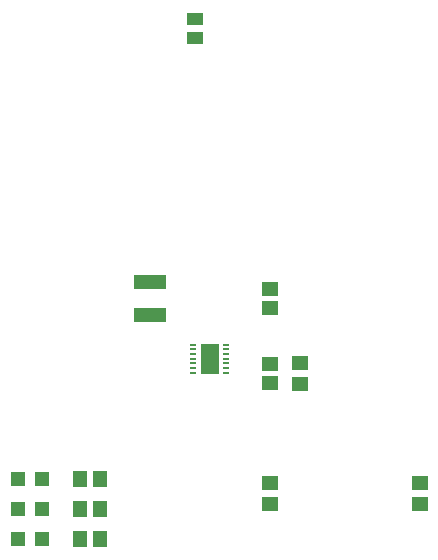
<source format=gbr>
%TF.GenerationSoftware,Altium Limited,Altium Designer,20.0.13 (296)*%
G04 Layer_Color=8421504*
%FSLAX26Y26*%
%MOIN*%
%TF.FileFunction,Paste,Top*%
%TF.Part,Single*%
G01*
G75*
%TA.AperFunction,SMDPad,CuDef*%
%ADD10O,0.023622X0.007874*%
%ADD11R,0.064961X0.098425*%
%ADD12R,0.055118X0.051181*%
%ADD13R,0.106299X0.051181*%
%ADD14R,0.057087X0.039370*%
%ADD15R,0.053150X0.045276*%
%ADD16R,0.047244X0.047244*%
%ADD17R,0.045276X0.053150*%
D10*
X1005118Y1652756D02*
D03*
Y1668504D02*
D03*
Y1684252D02*
D03*
Y1700000D02*
D03*
Y1715748D02*
D03*
Y1731496D02*
D03*
Y1747244D02*
D03*
X894882D02*
D03*
Y1731496D02*
D03*
Y1715748D02*
D03*
Y1700000D02*
D03*
Y1684252D02*
D03*
Y1668504D02*
D03*
Y1652756D02*
D03*
D11*
X950000Y1700000D02*
D03*
D12*
X1150000Y1868504D02*
D03*
Y1931496D02*
D03*
Y1618504D02*
D03*
Y1681496D02*
D03*
D13*
X750000Y1955118D02*
D03*
Y1844882D02*
D03*
D14*
X900000Y2767520D02*
D03*
Y2832480D02*
D03*
D15*
X1250000Y1684449D02*
D03*
Y1615551D02*
D03*
X1150000Y1215551D02*
D03*
Y1284449D02*
D03*
X1650000Y1215551D02*
D03*
Y1284449D02*
D03*
D16*
X391339Y1300000D02*
D03*
X308661D02*
D03*
Y1200000D02*
D03*
X391339D02*
D03*
X308661Y1100000D02*
D03*
X391339D02*
D03*
D17*
X515551Y1300000D02*
D03*
X584449D02*
D03*
X515551Y1200000D02*
D03*
X584449D02*
D03*
X515551Y1100000D02*
D03*
X584449D02*
D03*
%TF.MD5,e822e7d90f34013920107b69aa761622*%
M02*

</source>
